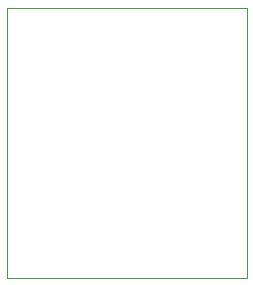
<source format=gm1>
G04 Layer_Color=16711935*
%FSLAX24Y24*%
%MOIN*%
G70*
G01*
G75*
%ADD18C,0.0039*%
G54D18*
X0Y9000D02*
X8000D01*
Y0D02*
Y9000D01*
X-0Y0D02*
X8000D01*
X-0D02*
X0Y0D01*
Y9000D01*
M02*

</source>
